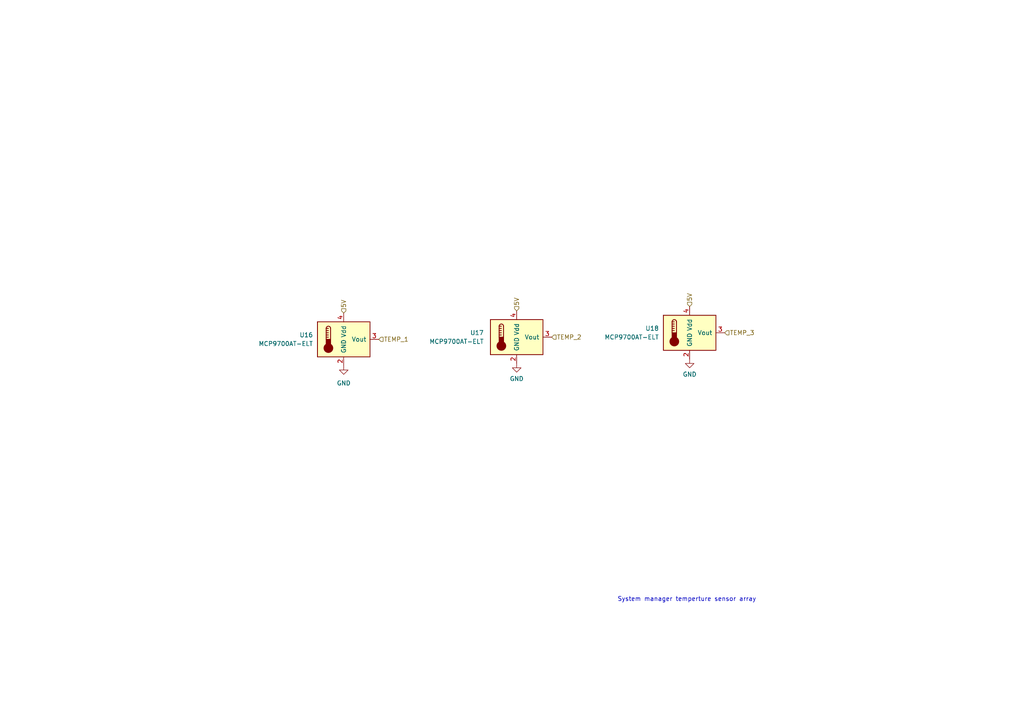
<source format=kicad_sch>
(kicad_sch (version 20230121) (generator eeschema)
  (paper "A4")
  (title_block (title "Marvin flight controller") (rev "0.1.1") (company "3Fall Engineering"))
  (lib_symbols
    (symbol "Sensor_Temperature:MCP9700AT-ELT" (pin_names (offset 1.016))
      (property "Reference" "U" (at -6.35 6.35 0))
      (property "Value" "MCP9700AT-ELT" (at 1.27 6.35 0))
      (symbol "MCP9700AT-ELT_0_1"
        (rectangle (start -7.62 5.08) (end 7.62 -5.08) (stroke (width 0.254)) (fill (type background)))
        (circle (center -4.445 -2.54) (radius 1.27) (stroke (width 0.254)) (fill (type outline)))
        (rectangle (start -3.81 -1.905) (end -5.08 0) (stroke (width 0.254)) (fill (type outline)))
        (arc (start -3.81 3.175) (mid -4.445 3.8073) (end -5.08 3.175) (stroke (width 0.254)))
        (polyline (pts (xy -5.08 0.635) (xy -4.445 0.635)) (stroke (width 0.254)))
        (polyline (pts (xy -5.08 1.27) (xy -4.445 1.27)) (stroke (width 0.254)))
        (polyline (pts (xy -5.08 1.905) (xy -4.445 1.905)) (stroke (width 0.254)))
        (polyline (pts (xy -5.08 2.54) (xy -4.445 2.54)) (stroke (width 0.254)))
        (polyline (pts (xy -5.08 3.175) (xy -5.08 0)) (stroke (width 0.254)))
        (polyline (pts (xy -5.08 3.175) (xy -4.445 3.175)) (stroke (width 0.254)))
        (polyline (pts (xy -3.81 3.175) (xy -3.81 0)) (stroke (width 0.254)))
      )
      (symbol "MCP9700AT-ELT_1_1"
        (pin no_connect line (at 10.16 -2.54 180) (length 2.54) hide (name "NC") (number "1"))
        (pin power_in line (at 0 -7.62 90) (length 2.54) (name "GND") (number "2"))
        (pin output line (at 10.16 0 180) (length 2.54) (name "Vout") (number "3"))
        (pin power_in line (at 0 7.62 270) (length 2.54) (name "Vdd") (number "4"))
        (pin no_connect line (at 10.16 2.54 180) (length 2.54) hide (name "NC") (number "5"))
      )
    )
    (symbol "power:GND" (power) (pin_names (offset 0))
      (property "Value" "GND" (at 0 -3.81 0))
      (symbol "GND_0_1"
        (polyline (pts (xy 0 0) (xy 0 -1.27) (xy 1.27 -1.27) (xy 0 -2.54) (xy -1.27 -1.27) (xy 0 -1.27)))
      )
      (symbol "GND_1_1"
        (pin power_in line (at 0 0 270) (length 0) hide (name "GND") (number "1"))
      )
    )
  )
  (text "System manager temperture sensor array" (at 179.07 174.625 0) (effects (font (size 1.27 1.27)) (justify left bottom)))
  (hierarchical_label "TEMP_3" (shape input) (at 210.185 96.52 0))
  (hierarchical_label "5V" (shape input) (at 99.695 90.805 90))
  (hierarchical_label "TEMP_1" (shape input) (at 109.855 98.425 0))
  (hierarchical_label "TEMP_2" (shape input) (at 160.02 97.79 0))
  (hierarchical_label "5V" (shape input) (at 149.86 90.17 90))
  (hierarchical_label "5V" (shape input) (at 200.025 88.9 90))
  (symbol (lib_id "power:GND") (at 149.86 105.41 0) (unit 1)
    (property "Reference" "#PWR0114" (effects hide))
    (property "Value" "GND" (at 149.86 109.855 0))
  )
  (symbol (lib_id "Sensor_Temperature:MCP9700AT-ELT") (at 99.695 98.425 0) (unit 1)
    (property "Reference" "U16" (at 90.805 97.1549 0) (effects (justify right)))
    (property "Value" "MCP9700AT-ELT" (at 90.805 99.6949 0) (effects (justify right)))
    (property "Footprint" "Package_TO_SOT_SMD:SOT-353_SC-70-5" (effects hide))
    (property "Datasheet" "http://ww1.microchip.com/downloads/en/DeviceDoc/20001942G.pdf" (effects hide))
  )
  (symbol (lib_id "Sensor_Temperature:MCP9700AT-ELT") (at 200.025 96.52 0) (unit 1)
    (property "Reference" "U18" (at 191.135 95.2499 0) (effects (justify right)))
    (property "Value" "MCP9700AT-ELT" (at 191.135 97.7899 0) (effects (justify right)))
    (property "Footprint" "Package_TO_SOT_SMD:SOT-353_SC-70-5" (effects hide))
    (property "Datasheet" "http://ww1.microchip.com/downloads/en/DeviceDoc/20001942G.pdf" (effects hide))
  )
  (symbol (lib_id "power:GND") (at 200.025 104.14 0) (unit 1)
    (property "Reference" "#PWR0115" (effects hide))
    (property "Value" "GND" (at 200.025 108.585 0))
  )
  (symbol (lib_id "power:GND") (at 99.695 106.045 0) (unit 1)
    (property "Reference" "#PWR0113" (effects hide))
    (property "Value" "GND" (at 99.695 111.125 0))
  )
  (symbol (lib_id "Sensor_Temperature:MCP9700AT-ELT") (at 149.86 97.79 0) (unit 1)
    (property "Reference" "U17" (at 140.335 96.5199 0) (effects (justify right)))
    (property "Value" "MCP9700AT-ELT" (at 140.335 99.0599 0) (effects (justify right)))
    (property "Footprint" "Package_TO_SOT_SMD:SOT-353_SC-70-5" (effects hide))
    (property "Datasheet" "http://ww1.microchip.com/downloads/en/DeviceDoc/20001942G.pdf" (effects hide))
  )
)
</source>
